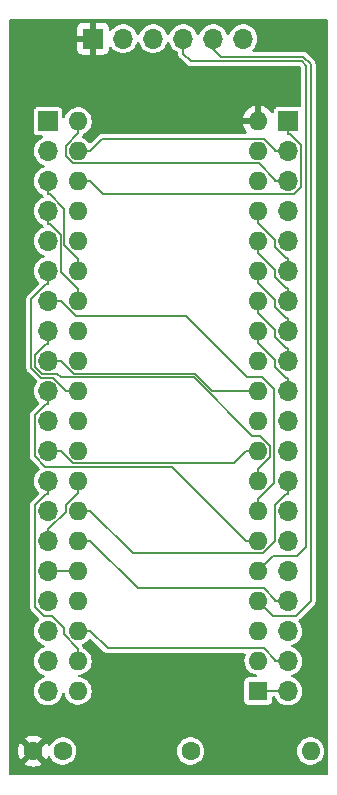
<source format=gbl>
G04 #@! TF.GenerationSoftware,KiCad,Pcbnew,(6.0.7-1)-1*
G04 #@! TF.CreationDate,2022-09-28T23:36:56+09:00*
G04 #@! TF.ProjectId,MEZ8085,4d455a38-3038-4352-9e6b-696361645f70,A*
G04 #@! TF.SameCoordinates,PX5f5e100PY8f0d180*
G04 #@! TF.FileFunction,Copper,L2,Bot*
G04 #@! TF.FilePolarity,Positive*
%FSLAX46Y46*%
G04 Gerber Fmt 4.6, Leading zero omitted, Abs format (unit mm)*
G04 Created by KiCad (PCBNEW (6.0.7-1)-1) date 2022-09-28 23:36:56*
%MOMM*%
%LPD*%
G01*
G04 APERTURE LIST*
G04 #@! TA.AperFunction,ComponentPad*
%ADD10R,1.600000X1.600000*%
G04 #@! TD*
G04 #@! TA.AperFunction,ComponentPad*
%ADD11O,1.600000X1.600000*%
G04 #@! TD*
G04 #@! TA.AperFunction,ComponentPad*
%ADD12R,1.700000X1.700000*%
G04 #@! TD*
G04 #@! TA.AperFunction,ComponentPad*
%ADD13O,1.700000X1.700000*%
G04 #@! TD*
G04 #@! TA.AperFunction,ComponentPad*
%ADD14C,1.600000*%
G04 #@! TD*
G04 #@! TA.AperFunction,Conductor*
%ADD15C,0.152400*%
G04 #@! TD*
G04 APERTURE END LIST*
D10*
X21595000Y7625000D03*
D11*
X21595000Y10165000D03*
X21595000Y12705000D03*
X21595000Y15245000D03*
X21595000Y17785000D03*
X21595000Y20325000D03*
X21595000Y22865000D03*
X21595000Y25405000D03*
X21595000Y27945000D03*
X21595000Y30485000D03*
X21595000Y33025000D03*
X21595000Y35565000D03*
X21595000Y38105000D03*
X21595000Y40645000D03*
X21595000Y43185000D03*
X21595000Y45725000D03*
X21595000Y48265000D03*
X21595000Y50805000D03*
X21595000Y53345000D03*
X21595000Y55885000D03*
X6355000Y55885000D03*
X6355000Y53345000D03*
X6355000Y50805000D03*
X6355000Y48265000D03*
X6355000Y45725000D03*
X6355000Y43185000D03*
X6355000Y40645000D03*
X6355000Y38105000D03*
X6355000Y35565000D03*
X6355000Y33025000D03*
X6355000Y30485000D03*
X6355000Y27945000D03*
X6355000Y25405000D03*
X6355000Y22865000D03*
X6355000Y20325000D03*
X6355000Y17785000D03*
X6355000Y15245000D03*
X6355000Y12705000D03*
X6355000Y10165000D03*
X6355000Y7625000D03*
D12*
X7620000Y62865000D03*
D13*
X10160000Y62865000D03*
X12700000Y62865000D03*
X15240000Y62865000D03*
X17780000Y62865000D03*
X20320000Y62865000D03*
D14*
X15875000Y2540000D03*
D11*
X26035000Y2540000D03*
D14*
X5060000Y2540000D03*
X2560000Y2540000D03*
D12*
X24130000Y55875000D03*
D13*
X24130000Y53335000D03*
X24130000Y50795000D03*
X24130000Y48255000D03*
X24130000Y45715000D03*
X24130000Y43175000D03*
X24130000Y40635000D03*
X24130000Y38095000D03*
X24130000Y35555000D03*
X24130000Y33015000D03*
X24130000Y30475000D03*
X24130000Y27935000D03*
X24130000Y25395000D03*
X24130000Y22855000D03*
X24130000Y20315000D03*
X24130000Y17775000D03*
X24130000Y15235000D03*
X24130000Y12695000D03*
X24130000Y10155000D03*
X24130000Y7615000D03*
D12*
X3810000Y55875000D03*
D13*
X3810000Y53335000D03*
X3810000Y50795000D03*
X3810000Y48255000D03*
X3810000Y45715000D03*
X3810000Y43175000D03*
X3810000Y40635000D03*
X3810000Y38095000D03*
X3810000Y35555000D03*
X3810000Y33015000D03*
X3810000Y30475000D03*
X3810000Y27935000D03*
X3810000Y25395000D03*
X3810000Y22855000D03*
X3810000Y20315000D03*
X3810000Y17775000D03*
X3810000Y15235000D03*
X3810000Y12695000D03*
X3810000Y10155000D03*
X3810000Y7615000D03*
D15*
X3810000Y50795000D02*
X3810000Y49716100D01*
X5194100Y48466900D02*
X5194100Y45374800D01*
X6355000Y43185000D02*
X6355000Y44213900D01*
X3810000Y49716100D02*
X3944900Y49716100D01*
X3944900Y49716100D02*
X5194100Y48466900D01*
X5194100Y45374800D02*
X6355000Y44213900D01*
X3945000Y47176100D02*
X4888900Y46232200D01*
X3810000Y47176100D02*
X3945000Y47176100D01*
X4888900Y46232200D02*
X4888900Y43140000D01*
X6355000Y40645000D02*
X6355000Y41673900D01*
X3810000Y48255000D02*
X3810000Y47176100D01*
X4888900Y43140000D02*
X6355000Y41673900D01*
X3810000Y42096100D02*
X3675100Y42096100D01*
X3810000Y43175000D02*
X3810000Y42096100D01*
X6355000Y33025000D02*
X5326100Y33025000D01*
X4218600Y34132500D02*
X5326100Y33025000D01*
X2410800Y34968600D02*
X3246900Y34132500D01*
X3246900Y34132500D02*
X4218600Y34132500D01*
X3675100Y42096100D02*
X2410800Y40831800D01*
X2410800Y40831800D02*
X2410800Y34968600D01*
X6355000Y24376100D02*
X5326100Y23347200D01*
X5326100Y22798200D02*
X3921800Y21393900D01*
X3810000Y20315000D02*
X3810000Y21393900D01*
X5326100Y23347200D02*
X5326100Y22798200D01*
X6355000Y25405000D02*
X6355000Y24376100D01*
X3921800Y21393900D02*
X3810000Y21393900D01*
X24130000Y25395000D02*
X24130000Y24316100D01*
X22003000Y19274100D02*
X10974800Y19274100D01*
X23995000Y24316100D02*
X23051100Y23372200D01*
X10974800Y19274100D02*
X7383900Y22865000D01*
X24130000Y24316100D02*
X23995000Y24316100D01*
X6355000Y22865000D02*
X7383900Y22865000D01*
X23051100Y20322200D02*
X22003000Y19274100D01*
X23051100Y23372200D02*
X23051100Y20322200D01*
X24130000Y15235000D02*
X23051100Y15235000D01*
X23051100Y15235000D02*
X23051100Y15370000D01*
X6355000Y20325000D02*
X7383900Y20325000D01*
X22107200Y16313900D02*
X11395000Y16313900D01*
X23051100Y15370000D02*
X22107200Y16313900D01*
X11395000Y16313900D02*
X7383900Y20325000D01*
X6355000Y17785000D02*
X5326100Y17785000D01*
X5316100Y17775000D02*
X5326100Y17785000D01*
X3810000Y17775000D02*
X5316100Y17775000D01*
X24130000Y54796100D02*
X24264900Y54796100D01*
X24264900Y54796100D02*
X25249000Y53812000D01*
X25249000Y53812000D02*
X25249000Y50321800D01*
X25249000Y50321800D02*
X24632000Y49704800D01*
X6355000Y50805000D02*
X7383900Y50805000D01*
X8484100Y49704800D02*
X7383900Y50805000D01*
X24130000Y55875000D02*
X24130000Y54796100D01*
X24632000Y49704800D02*
X8484100Y49704800D01*
X22138300Y54378300D02*
X8417200Y54378300D01*
X8417200Y54378300D02*
X7383900Y53345000D01*
X23051100Y53335000D02*
X23051100Y53465500D01*
X6355000Y53345000D02*
X7383900Y53345000D01*
X24130000Y53335000D02*
X23051100Y53335000D01*
X23051100Y53465500D02*
X22138300Y54378300D01*
X5907500Y52316000D02*
X21641900Y52316000D01*
X24130000Y50795000D02*
X23051100Y50795000D01*
X6355000Y55885000D02*
X6355000Y54856100D01*
X21641900Y52316000D02*
X23051100Y50906800D01*
X6355000Y54856100D02*
X5304700Y53805800D01*
X5304700Y52918800D02*
X5907500Y52316000D01*
X5304700Y53805800D02*
X5304700Y52918800D01*
X23051100Y50906800D02*
X23051100Y50795000D01*
X23051100Y45197800D02*
X23051100Y45780000D01*
X24130000Y43175000D02*
X24130000Y44253900D01*
X23995000Y44253900D02*
X23051100Y45197800D01*
X21595000Y48265000D02*
X21595000Y47236100D01*
X23051100Y45780000D02*
X21595000Y47236100D01*
X24130000Y44253900D02*
X23995000Y44253900D01*
X24130000Y40635000D02*
X24130000Y41713900D01*
X23051100Y43240000D02*
X21595000Y44696100D01*
X24130000Y41713900D02*
X23995000Y41713900D01*
X23051100Y42657800D02*
X23051100Y43240000D01*
X23995000Y41713900D02*
X23051100Y42657800D01*
X21595000Y45725000D02*
X21595000Y44696100D01*
X21595000Y43185000D02*
X21595000Y42156100D01*
X24130000Y38095000D02*
X24130000Y39173900D01*
X24130000Y39173900D02*
X23995000Y39173900D01*
X23051100Y40117800D02*
X23051100Y40700000D01*
X23995000Y39173900D02*
X23051100Y40117800D01*
X23051100Y40700000D02*
X21595000Y42156100D01*
X23051100Y37577800D02*
X23051100Y38160000D01*
X21595000Y40645000D02*
X21595000Y39616100D01*
X23995000Y36633900D02*
X23051100Y37577800D01*
X24130000Y35555000D02*
X24130000Y36633900D01*
X23051100Y38160000D02*
X21595000Y39616100D01*
X24130000Y36633900D02*
X23995000Y36633900D01*
X24130000Y34093900D02*
X23995000Y34093900D01*
X24130000Y33015000D02*
X24130000Y34093900D01*
X23051100Y35620000D02*
X21595000Y37076100D01*
X23995000Y34093900D02*
X23051100Y35037800D01*
X23051100Y35037800D02*
X23051100Y35620000D01*
X21595000Y38105000D02*
X21595000Y37076100D01*
X3487800Y13965000D02*
X4108200Y13965000D01*
X4108200Y13965000D02*
X5122800Y12950400D01*
X2691000Y23332000D02*
X2691000Y14761800D01*
X3675100Y24316100D02*
X2691000Y23332000D01*
X2691000Y14761800D02*
X3487800Y13965000D01*
X5122800Y12426100D02*
X6355000Y11193900D01*
X5122800Y12950400D02*
X5122800Y12426100D01*
X3810000Y25395000D02*
X3810000Y24316100D01*
X6355000Y10165000D02*
X6355000Y11193900D01*
X3810000Y24316100D02*
X3675100Y24316100D01*
X3810000Y27935000D02*
X4888900Y27935000D01*
X4888900Y27935000D02*
X5913400Y26910500D01*
X5913400Y26910500D02*
X19531600Y26910500D01*
X21595000Y27945000D02*
X20566100Y27945000D01*
X19531600Y26910500D02*
X20566100Y27945000D01*
X22625100Y28382000D02*
X22625100Y27464000D01*
X3675100Y37016100D02*
X2716000Y36057000D01*
X16156500Y34170900D02*
X21112400Y29215000D01*
X21595000Y25405000D02*
X21595000Y26433900D01*
X21792100Y29215000D02*
X22625100Y28382000D01*
X22625100Y27464000D02*
X21595000Y26433900D01*
X4889000Y34170900D02*
X16156500Y34170900D01*
X3810000Y37016100D02*
X3675100Y37016100D01*
X21112400Y29215000D02*
X21792100Y29215000D01*
X4583800Y34476100D02*
X4889000Y34170900D01*
X3810000Y38095000D02*
X3810000Y37016100D01*
X2716000Y35095100D02*
X3335000Y34476100D01*
X2716000Y36057000D02*
X2716000Y35095100D01*
X3335000Y34476100D02*
X4583800Y34476100D01*
X20673900Y34187100D02*
X15486000Y39375000D01*
X15486000Y39375000D02*
X6148900Y39375000D01*
X6148900Y39375000D02*
X4888900Y40635000D01*
X22930300Y25229200D02*
X22930300Y33192900D01*
X3810000Y40635000D02*
X4888900Y40635000D01*
X22930300Y33192900D02*
X21936100Y34187100D01*
X21595000Y22865000D02*
X21595000Y23893900D01*
X21595000Y23893900D02*
X22930300Y25229200D01*
X21936100Y34187100D02*
X20673900Y34187100D01*
X21595000Y20325000D02*
X20566100Y20325000D01*
X3596400Y26605300D02*
X14285800Y26605300D01*
X3810000Y31936100D02*
X3675100Y31936100D01*
X2703100Y30964100D02*
X2703100Y27498600D01*
X3675100Y31936100D02*
X2703100Y30964100D01*
X2703100Y27498600D02*
X3596400Y26605300D01*
X14285800Y26605300D02*
X20566100Y20325000D01*
X3810000Y33015000D02*
X3810000Y31936100D01*
X22633900Y7615000D02*
X22623900Y7625000D01*
X24130000Y7615000D02*
X22633900Y7615000D01*
X21595000Y7625000D02*
X22623900Y7625000D01*
X22860000Y19050000D02*
X21595000Y17785000D01*
X15240000Y62865000D02*
X15240000Y61595000D01*
X25654000Y19812000D02*
X24892000Y19050000D01*
X15240000Y61595000D02*
X15875000Y60960000D01*
X25273000Y60960000D02*
X25654000Y60579000D01*
X15875000Y60960000D02*
X25273000Y60960000D01*
X24892000Y19050000D02*
X22860000Y19050000D01*
X25654000Y60579000D02*
X25654000Y19812000D01*
X25400000Y61341000D02*
X18415000Y61341000D01*
X26035000Y15240000D02*
X26035000Y60706000D01*
X18415000Y61341000D02*
X17780000Y61976000D01*
X24765000Y13970000D02*
X26035000Y15240000D01*
X26035000Y60706000D02*
X25400000Y61341000D01*
X21595000Y15245000D02*
X22870000Y13970000D01*
X17780000Y61976000D02*
X17780000Y62865000D01*
X22870000Y13970000D02*
X24765000Y13970000D01*
X5967800Y34476100D02*
X16283000Y34476100D01*
X17734100Y33025000D02*
X21595000Y33025000D01*
X16283000Y34476100D02*
X17734100Y33025000D01*
X3810000Y35555000D02*
X4888900Y35555000D01*
X4888900Y35555000D02*
X5967800Y34476100D01*
X22107200Y11233900D02*
X8855000Y11233900D01*
X6355000Y12705000D02*
X7383900Y12705000D01*
X23051100Y10290000D02*
X22107200Y11233900D01*
X23051100Y10155000D02*
X23051100Y10290000D01*
X8855000Y11233900D02*
X7383900Y12705000D01*
X24130000Y10155000D02*
X23051100Y10155000D01*
G04 #@! TA.AperFunction,Conductor*
G36*
X27442121Y64479998D02*
G01*
X27488614Y64426342D01*
X27500000Y64374000D01*
X27500000Y626000D01*
X27479998Y557879D01*
X27426342Y511386D01*
X27374000Y500000D01*
X626000Y500000D01*
X557879Y520002D01*
X511386Y573658D01*
X500000Y626000D01*
X500000Y1453938D01*
X1838493Y1453938D01*
X1847789Y1441923D01*
X1898994Y1406069D01*
X1908489Y1400586D01*
X2105947Y1308510D01*
X2116239Y1304764D01*
X2326688Y1248375D01*
X2337481Y1246472D01*
X2554525Y1227483D01*
X2565475Y1227483D01*
X2782519Y1246472D01*
X2793312Y1248375D01*
X3003761Y1304764D01*
X3014053Y1308510D01*
X3211511Y1400586D01*
X3221006Y1406069D01*
X3273048Y1442509D01*
X3281424Y1452988D01*
X3274356Y1466434D01*
X2572812Y2167978D01*
X2558868Y2175592D01*
X2557035Y2175461D01*
X2550420Y2171210D01*
X1844923Y1465713D01*
X1838493Y1453938D01*
X500000Y1453938D01*
X500000Y2534525D01*
X1247483Y2534525D01*
X1266472Y2317481D01*
X1268375Y2306688D01*
X1324764Y2096239D01*
X1328510Y2085947D01*
X1420586Y1888489D01*
X1426069Y1878994D01*
X1462509Y1826952D01*
X1472988Y1818576D01*
X1486434Y1825644D01*
X2187978Y2527188D01*
X2194356Y2538868D01*
X2924408Y2538868D01*
X2924539Y2537035D01*
X2928790Y2530420D01*
X3634287Y1824923D01*
X3646062Y1818493D01*
X3658077Y1827789D01*
X3693931Y1878994D01*
X3699414Y1888489D01*
X3782680Y2067054D01*
X3829597Y2120339D01*
X3897875Y2139800D01*
X3965835Y2119258D01*
X4011300Y2066556D01*
X4059369Y1962286D01*
X4181405Y1789609D01*
X4332865Y1642063D01*
X4337661Y1638858D01*
X4337664Y1638856D01*
X4480936Y1543125D01*
X4508677Y1524589D01*
X4513985Y1522308D01*
X4513986Y1522308D01*
X4697650Y1443400D01*
X4697653Y1443399D01*
X4702953Y1441122D01*
X4708582Y1439848D01*
X4708583Y1439848D01*
X4903550Y1395731D01*
X4903553Y1395731D01*
X4909186Y1394456D01*
X4914957Y1394229D01*
X4914959Y1394229D01*
X4976989Y1391792D01*
X5120470Y1386154D01*
X5126179Y1386982D01*
X5126183Y1386982D01*
X5324015Y1415667D01*
X5324019Y1415668D01*
X5329730Y1416496D01*
X5408987Y1443400D01*
X5524483Y1482605D01*
X5524488Y1482607D01*
X5529955Y1484463D01*
X5534998Y1487287D01*
X5709395Y1584954D01*
X5709399Y1584957D01*
X5714442Y1587781D01*
X5877012Y1722988D01*
X6012219Y1885558D01*
X6015043Y1890601D01*
X6015046Y1890605D01*
X6112713Y2065002D01*
X6112714Y2065004D01*
X6115537Y2070045D01*
X6117393Y2075512D01*
X6117395Y2075517D01*
X6181647Y2264800D01*
X6183504Y2270270D01*
X6188785Y2306688D01*
X6213314Y2475860D01*
X6213314Y2475862D01*
X6213846Y2479530D01*
X6215429Y2540000D01*
X6212650Y2570246D01*
X14719967Y2570246D01*
X14733796Y2359251D01*
X14735217Y2353655D01*
X14735218Y2353650D01*
X14757784Y2264800D01*
X14785845Y2154310D01*
X14874369Y1962286D01*
X14996405Y1789609D01*
X15147865Y1642063D01*
X15152661Y1638858D01*
X15152664Y1638856D01*
X15295936Y1543125D01*
X15323677Y1524589D01*
X15328985Y1522308D01*
X15328986Y1522308D01*
X15512650Y1443400D01*
X15512653Y1443399D01*
X15517953Y1441122D01*
X15523582Y1439848D01*
X15523583Y1439848D01*
X15718550Y1395731D01*
X15718553Y1395731D01*
X15724186Y1394456D01*
X15729957Y1394229D01*
X15729959Y1394229D01*
X15791989Y1391792D01*
X15935470Y1386154D01*
X15941179Y1386982D01*
X15941183Y1386982D01*
X16139015Y1415667D01*
X16139019Y1415668D01*
X16144730Y1416496D01*
X16223987Y1443400D01*
X16339483Y1482605D01*
X16339488Y1482607D01*
X16344955Y1484463D01*
X16349998Y1487287D01*
X16524395Y1584954D01*
X16524399Y1584957D01*
X16529442Y1587781D01*
X16692012Y1722988D01*
X16827219Y1885558D01*
X16830043Y1890601D01*
X16830046Y1890605D01*
X16927713Y2065002D01*
X16927714Y2065004D01*
X16930537Y2070045D01*
X16932393Y2075512D01*
X16932395Y2075517D01*
X16996647Y2264800D01*
X16998504Y2270270D01*
X17003785Y2306688D01*
X17028314Y2475860D01*
X17028314Y2475862D01*
X17028846Y2479530D01*
X17030429Y2540000D01*
X17027650Y2570246D01*
X24879967Y2570246D01*
X24893796Y2359251D01*
X24895217Y2353655D01*
X24895218Y2353650D01*
X24917784Y2264800D01*
X24945845Y2154310D01*
X25034369Y1962286D01*
X25156405Y1789609D01*
X25307865Y1642063D01*
X25312661Y1638858D01*
X25312664Y1638856D01*
X25455936Y1543125D01*
X25483677Y1524589D01*
X25488985Y1522308D01*
X25488986Y1522308D01*
X25672650Y1443400D01*
X25672653Y1443399D01*
X25677953Y1441122D01*
X25683582Y1439848D01*
X25683583Y1439848D01*
X25878550Y1395731D01*
X25878553Y1395731D01*
X25884186Y1394456D01*
X25889957Y1394229D01*
X25889959Y1394229D01*
X25951989Y1391792D01*
X26095470Y1386154D01*
X26101179Y1386982D01*
X26101183Y1386982D01*
X26299015Y1415667D01*
X26299019Y1415668D01*
X26304730Y1416496D01*
X26383987Y1443400D01*
X26499483Y1482605D01*
X26499488Y1482607D01*
X26504955Y1484463D01*
X26509998Y1487287D01*
X26684395Y1584954D01*
X26684399Y1584957D01*
X26689442Y1587781D01*
X26852012Y1722988D01*
X26987219Y1885558D01*
X26990043Y1890601D01*
X26990046Y1890605D01*
X27087713Y2065002D01*
X27087714Y2065004D01*
X27090537Y2070045D01*
X27092393Y2075512D01*
X27092395Y2075517D01*
X27156647Y2264800D01*
X27158504Y2270270D01*
X27163785Y2306688D01*
X27188314Y2475860D01*
X27188314Y2475862D01*
X27188846Y2479530D01*
X27190429Y2540000D01*
X27171081Y2750560D01*
X27113686Y2954069D01*
X27107455Y2966706D01*
X27022719Y3138531D01*
X27020165Y3143710D01*
X26893651Y3313133D01*
X26738381Y3456663D01*
X26559554Y3569495D01*
X26363160Y3647848D01*
X26357503Y3648973D01*
X26357497Y3648975D01*
X26161442Y3687972D01*
X26161440Y3687972D01*
X26155775Y3689099D01*
X26150000Y3689175D01*
X26149996Y3689175D01*
X26043976Y3690563D01*
X25944346Y3691867D01*
X25938649Y3690888D01*
X25938648Y3690888D01*
X25741650Y3657038D01*
X25741649Y3657038D01*
X25735953Y3656059D01*
X25537575Y3582873D01*
X25532614Y3579921D01*
X25532613Y3579921D01*
X25515089Y3569495D01*
X25355856Y3474762D01*
X25196881Y3335345D01*
X25065976Y3169292D01*
X25063287Y3164181D01*
X25063285Y3164178D01*
X25049792Y3138531D01*
X24967523Y2982164D01*
X24904820Y2780227D01*
X24879967Y2570246D01*
X17027650Y2570246D01*
X17011081Y2750560D01*
X16953686Y2954069D01*
X16947455Y2966706D01*
X16862719Y3138531D01*
X16860165Y3143710D01*
X16733651Y3313133D01*
X16578381Y3456663D01*
X16399554Y3569495D01*
X16203160Y3647848D01*
X16197503Y3648973D01*
X16197497Y3648975D01*
X16001442Y3687972D01*
X16001440Y3687972D01*
X15995775Y3689099D01*
X15990000Y3689175D01*
X15989996Y3689175D01*
X15883976Y3690563D01*
X15784346Y3691867D01*
X15778649Y3690888D01*
X15778648Y3690888D01*
X15581650Y3657038D01*
X15581649Y3657038D01*
X15575953Y3656059D01*
X15377575Y3582873D01*
X15372614Y3579921D01*
X15372613Y3579921D01*
X15355089Y3569495D01*
X15195856Y3474762D01*
X15036881Y3335345D01*
X14905976Y3169292D01*
X14903287Y3164181D01*
X14903285Y3164178D01*
X14889792Y3138531D01*
X14807523Y2982164D01*
X14744820Y2780227D01*
X14719967Y2570246D01*
X6212650Y2570246D01*
X6196081Y2750560D01*
X6138686Y2954069D01*
X6132455Y2966706D01*
X6047719Y3138531D01*
X6045165Y3143710D01*
X5918651Y3313133D01*
X5763381Y3456663D01*
X5584554Y3569495D01*
X5388160Y3647848D01*
X5382503Y3648973D01*
X5382497Y3648975D01*
X5186442Y3687972D01*
X5186440Y3687972D01*
X5180775Y3689099D01*
X5175000Y3689175D01*
X5174996Y3689175D01*
X5068976Y3690563D01*
X4969346Y3691867D01*
X4963649Y3690888D01*
X4963648Y3690888D01*
X4766650Y3657038D01*
X4766649Y3657038D01*
X4760953Y3656059D01*
X4562575Y3582873D01*
X4557614Y3579921D01*
X4557613Y3579921D01*
X4540089Y3569495D01*
X4380856Y3474762D01*
X4221881Y3335345D01*
X4090976Y3169292D01*
X4088284Y3164176D01*
X4088283Y3164174D01*
X4007201Y3010063D01*
X3957782Y2959090D01*
X3888649Y2942927D01*
X3821753Y2966706D01*
X3781498Y3015480D01*
X3699414Y3191511D01*
X3693931Y3201006D01*
X3657491Y3253048D01*
X3647012Y3261424D01*
X3633566Y3254356D01*
X2932022Y2552812D01*
X2924408Y2538868D01*
X2194356Y2538868D01*
X2195592Y2541132D01*
X2195461Y2542965D01*
X2191210Y2549580D01*
X1485713Y3255077D01*
X1473938Y3261507D01*
X1461923Y3252211D01*
X1426069Y3201006D01*
X1420586Y3191511D01*
X1328510Y2994053D01*
X1324764Y2983761D01*
X1268375Y2773312D01*
X1266472Y2762519D01*
X1247483Y2545475D01*
X1247483Y2534525D01*
X500000Y2534525D01*
X500000Y3627012D01*
X1838576Y3627012D01*
X1845644Y3613566D01*
X2547188Y2912022D01*
X2561132Y2904408D01*
X2562965Y2904539D01*
X2569580Y2908790D01*
X3275077Y3614287D01*
X3281507Y3626062D01*
X3272211Y3638077D01*
X3221006Y3673931D01*
X3211511Y3679414D01*
X3014053Y3771490D01*
X3003761Y3775236D01*
X2793312Y3831625D01*
X2782519Y3833528D01*
X2565475Y3852517D01*
X2554525Y3852517D01*
X2337481Y3833528D01*
X2326688Y3831625D01*
X2116239Y3775236D01*
X2105947Y3771490D01*
X1908489Y3679414D01*
X1898994Y3673931D01*
X1846952Y3637491D01*
X1838576Y3627012D01*
X500000Y3627012D01*
X500000Y34955045D01*
X1979492Y34955045D01*
X1981184Y34945783D01*
X1981184Y34945774D01*
X1989463Y34900448D01*
X1990114Y34896540D01*
X1998356Y34841716D01*
X2001316Y34835552D01*
X2002545Y34828823D01*
X2028122Y34779585D01*
X2029879Y34776069D01*
X2049820Y34734541D01*
X2049822Y34734537D01*
X2053898Y34726050D01*
X2058541Y34721028D01*
X2061693Y34714959D01*
X2065774Y34710181D01*
X2100949Y34675006D01*
X2104378Y34671441D01*
X2140995Y34631829D01*
X2147087Y34628290D01*
X2152624Y34623331D01*
X2854340Y33921615D01*
X2888366Y33859303D01*
X2883301Y33788488D01*
X2864195Y33754515D01*
X2802444Y33676183D01*
X2798863Y33671640D01*
X2796174Y33666529D01*
X2796172Y33666526D01*
X2784819Y33644947D01*
X2696131Y33476380D01*
X2630703Y33265667D01*
X2604770Y33046560D01*
X2619200Y32826396D01*
X2620621Y32820800D01*
X2620622Y32820795D01*
X2671427Y32620752D01*
X2673511Y32612548D01*
X2675928Y32607306D01*
X2675928Y32607305D01*
X2717867Y32516332D01*
X2765883Y32412179D01*
X2893222Y32231998D01*
X2996806Y32131090D01*
X3042049Y32087016D01*
X3076886Y32025154D01*
X3072749Y31954278D01*
X3043222Y31907667D01*
X2424578Y31289023D01*
X2413488Y31279168D01*
X2395934Y31265330D01*
X2395930Y31265326D01*
X2388535Y31259496D01*
X2356943Y31213785D01*
X2354710Y31210662D01*
X2321738Y31166021D01*
X2319473Y31159571D01*
X2315583Y31153943D01*
X2312745Y31144968D01*
X2312742Y31144963D01*
X2298856Y31101054D01*
X2297608Y31097313D01*
X2294587Y31088710D01*
X2282343Y31053845D01*
X2282342Y31053842D01*
X2279223Y31044959D01*
X2278954Y31038123D01*
X2276893Y31031605D01*
X2276400Y31025341D01*
X2276400Y30975580D01*
X2276303Y30970634D01*
X2274186Y30916748D01*
X2275992Y30909937D01*
X2276400Y30902522D01*
X2276400Y27531410D01*
X2275527Y27516602D01*
X2271792Y27485045D01*
X2273484Y27475783D01*
X2273484Y27475774D01*
X2281763Y27430448D01*
X2282414Y27426540D01*
X2290656Y27371716D01*
X2293616Y27365552D01*
X2294845Y27358823D01*
X2320422Y27309585D01*
X2322179Y27306069D01*
X2342120Y27264541D01*
X2342122Y27264537D01*
X2346198Y27256050D01*
X2350841Y27251028D01*
X2353993Y27244959D01*
X2358074Y27240181D01*
X2393249Y27205006D01*
X2396678Y27201441D01*
X2433295Y27161829D01*
X2439387Y27158290D01*
X2444924Y27153331D01*
X3073625Y26524630D01*
X3107651Y26462318D01*
X3102586Y26391503D01*
X3067608Y26340803D01*
X2935457Y26224910D01*
X2798863Y26051640D01*
X2696131Y25856380D01*
X2630703Y25645667D01*
X2604770Y25426560D01*
X2619200Y25206396D01*
X2620621Y25200800D01*
X2620622Y25200795D01*
X2665293Y25024905D01*
X2673511Y24992548D01*
X2675928Y24987306D01*
X2675928Y24987305D01*
X2747280Y24832531D01*
X2765883Y24792179D01*
X2893222Y24611998D01*
X2897356Y24607971D01*
X3042049Y24467016D01*
X3076886Y24405154D01*
X3072749Y24334278D01*
X3043222Y24287667D01*
X2412478Y23656923D01*
X2401388Y23647068D01*
X2383834Y23633230D01*
X2383830Y23633226D01*
X2376435Y23627396D01*
X2344843Y23581685D01*
X2342610Y23578562D01*
X2309638Y23533921D01*
X2307373Y23527471D01*
X2303483Y23521843D01*
X2300645Y23512868D01*
X2300642Y23512863D01*
X2286756Y23468954D01*
X2285508Y23465213D01*
X2281240Y23453059D01*
X2270243Y23421745D01*
X2270242Y23421742D01*
X2267123Y23412859D01*
X2266854Y23406023D01*
X2264793Y23399505D01*
X2264300Y23393241D01*
X2264300Y23343480D01*
X2264203Y23338534D01*
X2262086Y23284648D01*
X2263892Y23277837D01*
X2264300Y23270422D01*
X2264300Y14794610D01*
X2263427Y14779802D01*
X2259692Y14748245D01*
X2261384Y14738983D01*
X2261384Y14738974D01*
X2269663Y14693648D01*
X2270314Y14689740D01*
X2278556Y14634916D01*
X2281516Y14628752D01*
X2282745Y14622023D01*
X2308322Y14572785D01*
X2310079Y14569269D01*
X2330020Y14527741D01*
X2330022Y14527737D01*
X2334098Y14519250D01*
X2338741Y14514228D01*
X2341893Y14508159D01*
X2345974Y14503381D01*
X2381149Y14468206D01*
X2384578Y14464641D01*
X2421195Y14425029D01*
X2427287Y14421490D01*
X2432824Y14416531D01*
X3047573Y13801782D01*
X3081599Y13739470D01*
X3076534Y13668655D01*
X3041555Y13617956D01*
X2935457Y13524910D01*
X2798863Y13351640D01*
X2696131Y13156380D01*
X2630703Y12945667D01*
X2604770Y12726560D01*
X2619200Y12506396D01*
X2620621Y12500800D01*
X2620622Y12500795D01*
X2665293Y12324905D01*
X2673511Y12292548D01*
X2675928Y12287306D01*
X2675928Y12287305D01*
X2714046Y12204621D01*
X2765883Y12092179D01*
X2893222Y11911998D01*
X3051264Y11758039D01*
X3056060Y11754834D01*
X3056063Y11754832D01*
X3195370Y11661751D01*
X3234717Y11635460D01*
X3240020Y11633182D01*
X3240023Y11633180D01*
X3424746Y11553817D01*
X3437436Y11548365D01*
X3443071Y11547090D01*
X3443074Y11547089D01*
X3444484Y11546770D01*
X3445083Y11546436D01*
X3448562Y11545306D01*
X3448340Y11544623D01*
X3506511Y11512228D01*
X3540016Y11449634D01*
X3534362Y11378863D01*
X3491344Y11322384D01*
X3460287Y11305665D01*
X3296376Y11245196D01*
X3296368Y11245192D01*
X3290957Y11243196D01*
X3285996Y11240244D01*
X3285995Y11240244D01*
X3156352Y11163114D01*
X3101341Y11130386D01*
X2935457Y10984910D01*
X2798863Y10811640D01*
X2696131Y10616380D01*
X2630703Y10405667D01*
X2604770Y10186560D01*
X2619200Y9966396D01*
X2620621Y9960800D01*
X2620622Y9960795D01*
X2651190Y9840435D01*
X2673511Y9752548D01*
X2675928Y9747306D01*
X2675928Y9747305D01*
X2714046Y9664621D01*
X2765883Y9552179D01*
X2893222Y9371998D01*
X3051264Y9218039D01*
X3056060Y9214834D01*
X3056063Y9214832D01*
X3140261Y9158573D01*
X3234717Y9095460D01*
X3240020Y9093182D01*
X3240023Y9093180D01*
X3408653Y9020731D01*
X3437436Y9008365D01*
X3443071Y9007090D01*
X3443074Y9007089D01*
X3444484Y9006770D01*
X3445083Y9006436D01*
X3448562Y9005306D01*
X3448340Y9004623D01*
X3506511Y8972228D01*
X3540016Y8909634D01*
X3534362Y8838863D01*
X3491344Y8782384D01*
X3460287Y8765665D01*
X3296376Y8705196D01*
X3296368Y8705192D01*
X3290957Y8703196D01*
X3285996Y8700244D01*
X3285995Y8700244D01*
X3182585Y8638721D01*
X3101341Y8590386D01*
X2935457Y8444910D01*
X2798863Y8271640D01*
X2696131Y8076380D01*
X2630703Y7865667D01*
X2604770Y7646560D01*
X2619200Y7426396D01*
X2620621Y7420800D01*
X2620622Y7420795D01*
X2665293Y7244905D01*
X2673511Y7212548D01*
X2675928Y7207306D01*
X2675928Y7207305D01*
X2714046Y7124621D01*
X2765883Y7012179D01*
X2893222Y6831998D01*
X3051264Y6678039D01*
X3056060Y6674834D01*
X3056063Y6674832D01*
X3153707Y6609589D01*
X3234717Y6555460D01*
X3240020Y6553182D01*
X3240023Y6553180D01*
X3402869Y6483216D01*
X3437436Y6468365D01*
X3517088Y6450342D01*
X3646995Y6420946D01*
X3647001Y6420945D01*
X3652632Y6419671D01*
X3658403Y6419444D01*
X3658405Y6419444D01*
X3726211Y6416780D01*
X3873098Y6411009D01*
X3982275Y6426839D01*
X4085738Y6441840D01*
X4085743Y6441841D01*
X4091452Y6442669D01*
X4096916Y6444524D01*
X4096921Y6444525D01*
X4294907Y6511732D01*
X4294912Y6511734D01*
X4300379Y6513590D01*
X4322757Y6526122D01*
X4467724Y6607308D01*
X4492884Y6621398D01*
X4500213Y6627493D01*
X4658086Y6758796D01*
X4662518Y6762482D01*
X4724256Y6836713D01*
X4799908Y6927674D01*
X4799910Y6927677D01*
X4803602Y6932116D01*
X4911410Y7124621D01*
X4913266Y7130088D01*
X4913268Y7130093D01*
X4980475Y7328079D01*
X4980476Y7328084D01*
X4982331Y7333548D01*
X4985775Y7357300D01*
X5015346Y7421846D01*
X5075118Y7460158D01*
X5146114Y7460072D01*
X5205794Y7421617D01*
X5232594Y7370235D01*
X5265845Y7239310D01*
X5354369Y7047286D01*
X5476405Y6874609D01*
X5627865Y6727063D01*
X5632661Y6723858D01*
X5632664Y6723856D01*
X5775936Y6628125D01*
X5803677Y6609589D01*
X5808985Y6607308D01*
X5808986Y6607308D01*
X5992650Y6528400D01*
X5992653Y6528399D01*
X5997953Y6526122D01*
X6003582Y6524848D01*
X6003583Y6524848D01*
X6198550Y6480731D01*
X6198553Y6480731D01*
X6204186Y6479456D01*
X6209957Y6479229D01*
X6209959Y6479229D01*
X6271989Y6476792D01*
X6415470Y6471154D01*
X6421179Y6471982D01*
X6421183Y6471982D01*
X6619015Y6500667D01*
X6619019Y6500668D01*
X6624730Y6501496D01*
X6712038Y6531133D01*
X6819483Y6567605D01*
X6819488Y6567607D01*
X6824955Y6569463D01*
X6829998Y6572287D01*
X7004395Y6669954D01*
X7004399Y6669957D01*
X7009442Y6672781D01*
X7172012Y6807988D01*
X7307219Y6970558D01*
X7310043Y6975601D01*
X7310046Y6975605D01*
X7407713Y7150002D01*
X7407714Y7150004D01*
X7410537Y7155045D01*
X7412393Y7160512D01*
X7412395Y7160517D01*
X7476647Y7349800D01*
X7478504Y7355270D01*
X7488158Y7421846D01*
X7508314Y7560860D01*
X7508314Y7560862D01*
X7508846Y7564530D01*
X7510429Y7625000D01*
X7491081Y7835560D01*
X7433686Y8039069D01*
X7429744Y8047064D01*
X7342719Y8223531D01*
X7340165Y8228710D01*
X7213651Y8398133D01*
X7085237Y8516838D01*
X7062622Y8537743D01*
X7062620Y8537745D01*
X7058381Y8541663D01*
X6930252Y8622507D01*
X6884434Y8651416D01*
X6884433Y8651416D01*
X6879554Y8654495D01*
X6683160Y8732848D01*
X6677503Y8733973D01*
X6677497Y8733975D01*
X6480234Y8773212D01*
X6417324Y8806119D01*
X6382192Y8867814D01*
X6385992Y8938709D01*
X6427517Y8996295D01*
X6486734Y9021487D01*
X6619015Y9040667D01*
X6619019Y9040668D01*
X6624730Y9041496D01*
X6703987Y9068400D01*
X6819483Y9107605D01*
X6819488Y9107607D01*
X6824955Y9109463D01*
X6829998Y9112287D01*
X7004395Y9209954D01*
X7004399Y9209957D01*
X7009442Y9212781D01*
X7172012Y9347988D01*
X7307219Y9510558D01*
X7310043Y9515601D01*
X7310046Y9515605D01*
X7407713Y9690002D01*
X7407714Y9690004D01*
X7410537Y9695045D01*
X7412393Y9700512D01*
X7412395Y9700517D01*
X7476647Y9889800D01*
X7478504Y9895270D01*
X7488158Y9961846D01*
X7508314Y10100860D01*
X7508314Y10100862D01*
X7508846Y10104530D01*
X7510429Y10165000D01*
X7491081Y10375560D01*
X7433686Y10579069D01*
X7429744Y10587064D01*
X7342719Y10763531D01*
X7340165Y10768710D01*
X7213651Y10938133D01*
X7058381Y11081663D01*
X6879554Y11194495D01*
X6847648Y11207224D01*
X6791789Y11251045D01*
X6769740Y11305519D01*
X6768846Y11311467D01*
X6768844Y11311475D01*
X6767444Y11320784D01*
X6764484Y11326948D01*
X6763255Y11333677D01*
X6737678Y11382915D01*
X6735921Y11386431D01*
X6715980Y11427959D01*
X6715978Y11427963D01*
X6711902Y11436450D01*
X6707259Y11441472D01*
X6707125Y11441729D01*
X6706822Y11442684D01*
X6705340Y11445168D01*
X6704112Y11447532D01*
X6705117Y11448054D01*
X6685721Y11509150D01*
X6704232Y11577691D01*
X6756861Y11625343D01*
X6771189Y11631212D01*
X6824955Y11649463D01*
X6840281Y11658046D01*
X7004395Y11749954D01*
X7004399Y11749957D01*
X7009442Y11752781D01*
X7172012Y11887988D01*
X7276883Y12014083D01*
X7335816Y12053664D01*
X7406799Y12055101D01*
X7462849Y12022606D01*
X8530077Y10955378D01*
X8539932Y10944288D01*
X8553770Y10926734D01*
X8553774Y10926730D01*
X8559604Y10919335D01*
X8567351Y10913980D01*
X8567353Y10913979D01*
X8605232Y10887800D01*
X8608454Y10885498D01*
X8645503Y10858132D01*
X8645507Y10858130D01*
X8653079Y10852537D01*
X8659531Y10850271D01*
X8665157Y10846383D01*
X8674134Y10843544D01*
X8674136Y10843543D01*
X8718061Y10829652D01*
X8721791Y10828407D01*
X8774141Y10810023D01*
X8780977Y10809754D01*
X8787495Y10807693D01*
X8793759Y10807200D01*
X8843520Y10807200D01*
X8848466Y10807103D01*
X8902352Y10804986D01*
X8909163Y10806792D01*
X8916578Y10807200D01*
X20424101Y10807200D01*
X20492222Y10787198D01*
X20538715Y10733542D01*
X20548819Y10663268D01*
X20535609Y10622533D01*
X20527523Y10607164D01*
X20464820Y10405227D01*
X20439967Y10195246D01*
X20453796Y9984251D01*
X20455217Y9978655D01*
X20455218Y9978650D01*
X20495961Y9818229D01*
X20505845Y9779310D01*
X20508262Y9774067D01*
X20536122Y9713634D01*
X20594369Y9587286D01*
X20716405Y9414609D01*
X20867865Y9267063D01*
X20872661Y9263858D01*
X20872664Y9263856D01*
X21015936Y9168125D01*
X21043677Y9149589D01*
X21048985Y9147308D01*
X21048986Y9147308D01*
X21232650Y9068400D01*
X21232653Y9068399D01*
X21237953Y9066122D01*
X21243582Y9064848D01*
X21243583Y9064848D01*
X21422368Y9024393D01*
X21484395Y8989850D01*
X21517899Y8927257D01*
X21512245Y8856486D01*
X21469226Y8800006D01*
X21402501Y8775751D01*
X21394560Y8775500D01*
X20761782Y8775500D01*
X20757232Y8774830D01*
X20757229Y8774830D01*
X20702574Y8766784D01*
X20702573Y8766784D01*
X20692888Y8765358D01*
X20642992Y8740860D01*
X20597493Y8718522D01*
X20597491Y8718521D01*
X20588145Y8713932D01*
X20505707Y8631350D01*
X20454464Y8526518D01*
X20444500Y8458218D01*
X20444500Y6791782D01*
X20445170Y6787232D01*
X20445170Y6787229D01*
X20453216Y6732574D01*
X20454642Y6722888D01*
X20506068Y6618145D01*
X20588650Y6535707D01*
X20598006Y6531134D01*
X20598007Y6531133D01*
X20608259Y6526122D01*
X20693482Y6484464D01*
X20719071Y6480731D01*
X20757256Y6475160D01*
X20757260Y6475160D01*
X20761782Y6474500D01*
X22428218Y6474500D01*
X22432768Y6475170D01*
X22432771Y6475170D01*
X22487426Y6483216D01*
X22487427Y6483216D01*
X22497112Y6484642D01*
X22552288Y6511732D01*
X22592507Y6531478D01*
X22592509Y6531479D01*
X22601855Y6536068D01*
X22684293Y6618650D01*
X22735536Y6723482D01*
X22745500Y6791782D01*
X22745500Y7062300D01*
X22765502Y7130421D01*
X22819158Y7176914D01*
X22871500Y7188300D01*
X22924032Y7188300D01*
X22992153Y7168298D01*
X23038458Y7115051D01*
X23083465Y7017424D01*
X23085883Y7012179D01*
X23213222Y6831998D01*
X23371264Y6678039D01*
X23376060Y6674834D01*
X23376063Y6674832D01*
X23473707Y6609589D01*
X23554717Y6555460D01*
X23560020Y6553182D01*
X23560023Y6553180D01*
X23722869Y6483216D01*
X23757436Y6468365D01*
X23837088Y6450342D01*
X23966995Y6420946D01*
X23967001Y6420945D01*
X23972632Y6419671D01*
X23978403Y6419444D01*
X23978405Y6419444D01*
X24046211Y6416780D01*
X24193098Y6411009D01*
X24302275Y6426839D01*
X24405738Y6441840D01*
X24405743Y6441841D01*
X24411452Y6442669D01*
X24416916Y6444524D01*
X24416921Y6444525D01*
X24614907Y6511732D01*
X24614912Y6511734D01*
X24620379Y6513590D01*
X24642757Y6526122D01*
X24787724Y6607308D01*
X24812884Y6621398D01*
X24820213Y6627493D01*
X24978086Y6758796D01*
X24982518Y6762482D01*
X25044256Y6836713D01*
X25119908Y6927674D01*
X25119910Y6927677D01*
X25123602Y6932116D01*
X25231410Y7124621D01*
X25233266Y7130088D01*
X25233268Y7130093D01*
X25300475Y7328079D01*
X25300476Y7328084D01*
X25302331Y7333548D01*
X25303159Y7339257D01*
X25303160Y7339262D01*
X25333458Y7548228D01*
X25333991Y7551902D01*
X25335643Y7615000D01*
X25315454Y7834711D01*
X25313646Y7841124D01*
X25257134Y8041500D01*
X25255565Y8047064D01*
X25157980Y8244947D01*
X25025967Y8421733D01*
X24880770Y8555952D01*
X24868189Y8567582D01*
X24868186Y8567584D01*
X24863949Y8571501D01*
X24677350Y8689236D01*
X24474955Y8769983D01*
X24419096Y8813804D01*
X24395795Y8880868D01*
X24412451Y8949883D01*
X24463775Y8998937D01*
X24481144Y9006326D01*
X24614907Y9051732D01*
X24614912Y9051734D01*
X24620379Y9053590D01*
X24642757Y9066122D01*
X24787724Y9147308D01*
X24812884Y9161398D01*
X24879112Y9216479D01*
X24978086Y9298796D01*
X24982518Y9302482D01*
X25044256Y9376713D01*
X25119908Y9467674D01*
X25119910Y9467677D01*
X25123602Y9472116D01*
X25231410Y9664621D01*
X25233266Y9670088D01*
X25233268Y9670093D01*
X25300475Y9868079D01*
X25300476Y9868084D01*
X25302331Y9873548D01*
X25303159Y9879257D01*
X25303160Y9879262D01*
X25333458Y10088228D01*
X25333991Y10091902D01*
X25335643Y10155000D01*
X25315454Y10374711D01*
X25313646Y10381124D01*
X25257134Y10581500D01*
X25255565Y10587064D01*
X25157980Y10784947D01*
X25125534Y10828398D01*
X25029420Y10957109D01*
X25029420Y10957110D01*
X25025967Y10961733D01*
X24886761Y11090414D01*
X24868189Y11107582D01*
X24868186Y11107584D01*
X24863949Y11111501D01*
X24677350Y11229236D01*
X24474955Y11309983D01*
X24419096Y11353804D01*
X24395795Y11420868D01*
X24412451Y11489883D01*
X24463775Y11538937D01*
X24481144Y11546326D01*
X24614907Y11591732D01*
X24614912Y11591734D01*
X24620379Y11593590D01*
X24645789Y11607820D01*
X24735473Y11658046D01*
X24812884Y11701398D01*
X24879112Y11756479D01*
X24978086Y11838796D01*
X24982518Y11842482D01*
X25044256Y11916713D01*
X25119908Y12007674D01*
X25119910Y12007677D01*
X25123602Y12012116D01*
X25231410Y12204621D01*
X25233266Y12210088D01*
X25233268Y12210093D01*
X25300475Y12408079D01*
X25300476Y12408084D01*
X25302331Y12413548D01*
X25303159Y12419257D01*
X25303160Y12419262D01*
X25333458Y12628228D01*
X25333991Y12631902D01*
X25335643Y12695000D01*
X25315454Y12914711D01*
X25255565Y13127064D01*
X25157980Y13324947D01*
X25147614Y13338829D01*
X25037438Y13486372D01*
X25012706Y13552922D01*
X25027880Y13622278D01*
X25049301Y13650856D01*
X25058594Y13660149D01*
X25062160Y13663579D01*
X25086652Y13686219D01*
X25101771Y13700195D01*
X25105310Y13706287D01*
X25110269Y13711824D01*
X26313522Y14915077D01*
X26324612Y14924932D01*
X26342166Y14938770D01*
X26342170Y14938774D01*
X26349565Y14944604D01*
X26381111Y14990248D01*
X26383406Y14993460D01*
X26410765Y15030501D01*
X26416362Y15038078D01*
X26418628Y15044529D01*
X26422517Y15050157D01*
X26439264Y15103113D01*
X26440500Y15106815D01*
X26455754Y15150251D01*
X26458876Y15159141D01*
X26459144Y15165973D01*
X26461207Y15172495D01*
X26461700Y15178759D01*
X26461700Y15228530D01*
X26461797Y15233477D01*
X26463544Y15277939D01*
X26463914Y15287352D01*
X26462108Y15294163D01*
X26461700Y15301577D01*
X26461700Y60673189D01*
X26462573Y60688000D01*
X26465201Y60710203D01*
X26466308Y60719554D01*
X26456336Y60774155D01*
X26455687Y60778053D01*
X26448844Y60823572D01*
X26447444Y60832884D01*
X26444484Y60839049D01*
X26443255Y60845776D01*
X26417697Y60894978D01*
X26415930Y60898515D01*
X26395981Y60940058D01*
X26395977Y60940064D01*
X26391902Y60948550D01*
X26387258Y60953574D01*
X26384107Y60959640D01*
X26380027Y60964418D01*
X26344851Y60999594D01*
X26341421Y61003160D01*
X26311197Y61035856D01*
X26311198Y61035856D01*
X26304805Y61042771D01*
X26298713Y61046310D01*
X26293176Y61051269D01*
X25724923Y61619522D01*
X25715068Y61630612D01*
X25701230Y61648166D01*
X25701226Y61648170D01*
X25695396Y61655565D01*
X25649685Y61687157D01*
X25646562Y61689390D01*
X25601921Y61722362D01*
X25595471Y61724627D01*
X25589843Y61728517D01*
X25580868Y61731355D01*
X25580863Y61731358D01*
X25536954Y61745244D01*
X25533213Y61746492D01*
X25517779Y61751912D01*
X25489745Y61761757D01*
X25489742Y61761758D01*
X25480859Y61764877D01*
X25474023Y61765146D01*
X25467505Y61767207D01*
X25461241Y61767700D01*
X25411480Y61767700D01*
X25406534Y61767797D01*
X25406256Y61767808D01*
X25352648Y61769914D01*
X25345837Y61768108D01*
X25338422Y61767700D01*
X21226747Y61767700D01*
X21158626Y61787702D01*
X21112133Y61841358D01*
X21102029Y61911632D01*
X21131523Y61976212D01*
X21146177Y61990573D01*
X21168079Y62008789D01*
X21168086Y62008796D01*
X21172518Y62012482D01*
X21313602Y62182116D01*
X21421410Y62374621D01*
X21423266Y62380088D01*
X21423268Y62380093D01*
X21490475Y62578079D01*
X21490476Y62578084D01*
X21492331Y62583548D01*
X21493159Y62589257D01*
X21493160Y62589262D01*
X21523458Y62798228D01*
X21523991Y62801902D01*
X21525643Y62865000D01*
X21505454Y63084711D01*
X21445565Y63297064D01*
X21347980Y63494947D01*
X21307517Y63549134D01*
X21219420Y63667109D01*
X21219420Y63667110D01*
X21215967Y63671733D01*
X21113460Y63766490D01*
X21058189Y63817582D01*
X21058186Y63817584D01*
X21053949Y63821501D01*
X20867350Y63939236D01*
X20662421Y64020994D01*
X20656761Y64022120D01*
X20656757Y64022121D01*
X20451691Y64062911D01*
X20451688Y64062911D01*
X20446024Y64064038D01*
X20440249Y64064114D01*
X20440245Y64064114D01*
X20329504Y64065563D01*
X20225406Y64066926D01*
X20219709Y64065947D01*
X20219708Y64065947D01*
X20013654Y64030541D01*
X20013653Y64030541D01*
X20007957Y64029562D01*
X19800957Y63953196D01*
X19611341Y63840386D01*
X19445457Y63694910D01*
X19308863Y63521640D01*
X19206131Y63326380D01*
X19171414Y63214572D01*
X19170432Y63211409D01*
X19131129Y63152284D01*
X19066100Y63123793D01*
X18995990Y63134983D01*
X18943060Y63182300D01*
X18928830Y63214572D01*
X18907134Y63291500D01*
X18905565Y63297064D01*
X18807980Y63494947D01*
X18767517Y63549134D01*
X18679420Y63667109D01*
X18679420Y63667110D01*
X18675967Y63671733D01*
X18573460Y63766490D01*
X18518189Y63817582D01*
X18518186Y63817584D01*
X18513949Y63821501D01*
X18327350Y63939236D01*
X18122421Y64020994D01*
X18116761Y64022120D01*
X18116757Y64022121D01*
X17911691Y64062911D01*
X17911688Y64062911D01*
X17906024Y64064038D01*
X17900249Y64064114D01*
X17900245Y64064114D01*
X17789504Y64065563D01*
X17685406Y64066926D01*
X17679709Y64065947D01*
X17679708Y64065947D01*
X17473654Y64030541D01*
X17473653Y64030541D01*
X17467957Y64029562D01*
X17260957Y63953196D01*
X17071341Y63840386D01*
X16905457Y63694910D01*
X16768863Y63521640D01*
X16666131Y63326380D01*
X16631414Y63214572D01*
X16630432Y63211409D01*
X16591129Y63152284D01*
X16526100Y63123793D01*
X16455990Y63134983D01*
X16403060Y63182300D01*
X16388830Y63214572D01*
X16367134Y63291500D01*
X16365565Y63297064D01*
X16267980Y63494947D01*
X16227517Y63549134D01*
X16139420Y63667109D01*
X16139420Y63667110D01*
X16135967Y63671733D01*
X16033460Y63766490D01*
X15978189Y63817582D01*
X15978186Y63817584D01*
X15973949Y63821501D01*
X15787350Y63939236D01*
X15582421Y64020994D01*
X15576761Y64022120D01*
X15576757Y64022121D01*
X15371691Y64062911D01*
X15371688Y64062911D01*
X15366024Y64064038D01*
X15360249Y64064114D01*
X15360245Y64064114D01*
X15249504Y64065563D01*
X15145406Y64066926D01*
X15139709Y64065947D01*
X15139708Y64065947D01*
X14933654Y64030541D01*
X14933653Y64030541D01*
X14927957Y64029562D01*
X14720957Y63953196D01*
X14531341Y63840386D01*
X14365457Y63694910D01*
X14228863Y63521640D01*
X14126131Y63326380D01*
X14091414Y63214572D01*
X14090432Y63211409D01*
X14051129Y63152284D01*
X13986100Y63123793D01*
X13915990Y63134983D01*
X13863060Y63182300D01*
X13848830Y63214572D01*
X13827134Y63291500D01*
X13825565Y63297064D01*
X13727980Y63494947D01*
X13687517Y63549134D01*
X13599420Y63667109D01*
X13599420Y63667110D01*
X13595967Y63671733D01*
X13493460Y63766490D01*
X13438189Y63817582D01*
X13438186Y63817584D01*
X13433949Y63821501D01*
X13247350Y63939236D01*
X13042421Y64020994D01*
X13036761Y64022120D01*
X13036757Y64022121D01*
X12831691Y64062911D01*
X12831688Y64062911D01*
X12826024Y64064038D01*
X12820249Y64064114D01*
X12820245Y64064114D01*
X12709504Y64065563D01*
X12605406Y64066926D01*
X12599709Y64065947D01*
X12599708Y64065947D01*
X12393654Y64030541D01*
X12393653Y64030541D01*
X12387957Y64029562D01*
X12180957Y63953196D01*
X11991341Y63840386D01*
X11825457Y63694910D01*
X11688863Y63521640D01*
X11586131Y63326380D01*
X11551414Y63214572D01*
X11550432Y63211409D01*
X11511129Y63152284D01*
X11446100Y63123793D01*
X11375990Y63134983D01*
X11323060Y63182300D01*
X11308830Y63214572D01*
X11287134Y63291500D01*
X11285565Y63297064D01*
X11187980Y63494947D01*
X11147517Y63549134D01*
X11059420Y63667109D01*
X11059420Y63667110D01*
X11055967Y63671733D01*
X10953460Y63766490D01*
X10898189Y63817582D01*
X10898186Y63817584D01*
X10893949Y63821501D01*
X10707350Y63939236D01*
X10502421Y64020994D01*
X10496761Y64022120D01*
X10496757Y64022121D01*
X10291691Y64062911D01*
X10291688Y64062911D01*
X10286024Y64064038D01*
X10280249Y64064114D01*
X10280245Y64064114D01*
X10169504Y64065563D01*
X10065406Y64066926D01*
X10059709Y64065947D01*
X10059708Y64065947D01*
X9853654Y64030541D01*
X9853653Y64030541D01*
X9847957Y64029562D01*
X9640957Y63953196D01*
X9451341Y63840386D01*
X9285457Y63694910D01*
X9263541Y63667109D01*
X9202949Y63590248D01*
X9145068Y63549134D01*
X9074148Y63545840D01*
X9012706Y63581411D01*
X8980248Y63644554D01*
X8977999Y63668253D01*
X8977999Y63759669D01*
X8977629Y63766490D01*
X8972105Y63817352D01*
X8968479Y63832604D01*
X8923324Y63953054D01*
X8914786Y63968649D01*
X8838285Y64070724D01*
X8825724Y64083285D01*
X8723649Y64159786D01*
X8708054Y64168324D01*
X8587606Y64213478D01*
X8572351Y64217105D01*
X8521486Y64222631D01*
X8514672Y64223000D01*
X7892115Y64223000D01*
X7876876Y64218525D01*
X7875671Y64217135D01*
X7874000Y64209452D01*
X7874000Y61525116D01*
X7878475Y61509877D01*
X7879865Y61508672D01*
X7887548Y61507001D01*
X8514669Y61507001D01*
X8521490Y61507371D01*
X8572352Y61512895D01*
X8587604Y61516521D01*
X8708054Y61561676D01*
X8723649Y61570214D01*
X8825724Y61646715D01*
X8838285Y61659276D01*
X8914786Y61761351D01*
X8923324Y61776946D01*
X8968478Y61897394D01*
X8972105Y61912649D01*
X8977631Y61963514D01*
X8978000Y61970328D01*
X8978000Y62060677D01*
X8998002Y62128798D01*
X9051658Y62175291D01*
X9121932Y62185395D01*
X9186512Y62155901D01*
X9206896Y62133398D01*
X9243222Y62081998D01*
X9401264Y61928039D01*
X9406060Y61924834D01*
X9406063Y61924832D01*
X9490254Y61868578D01*
X9584717Y61805460D01*
X9590020Y61803182D01*
X9590023Y61803180D01*
X9778133Y61722362D01*
X9787436Y61718365D01*
X9867088Y61700342D01*
X9996995Y61670946D01*
X9997001Y61670945D01*
X10002632Y61669671D01*
X10008403Y61669444D01*
X10008405Y61669444D01*
X10076211Y61666780D01*
X10223098Y61661009D01*
X10346076Y61678840D01*
X10435738Y61691840D01*
X10435743Y61691841D01*
X10441452Y61692669D01*
X10446916Y61694524D01*
X10446921Y61694525D01*
X10644907Y61761732D01*
X10644912Y61761734D01*
X10650379Y61763590D01*
X10657549Y61767605D01*
X10743826Y61815923D01*
X10842884Y61871398D01*
X10892482Y61912648D01*
X11008086Y62008796D01*
X11012518Y62012482D01*
X11153602Y62182116D01*
X11261410Y62374621D01*
X11263266Y62380088D01*
X11263268Y62380093D01*
X11310264Y62518540D01*
X11351101Y62576617D01*
X11416854Y62603395D01*
X11486646Y62590374D01*
X11538319Y62541687D01*
X11551700Y62509054D01*
X11562089Y62468145D01*
X11562091Y62468140D01*
X11563511Y62462548D01*
X11565928Y62457306D01*
X11565928Y62457305D01*
X11604046Y62374621D01*
X11655883Y62262179D01*
X11783222Y62081998D01*
X11941264Y61928039D01*
X11946060Y61924834D01*
X11946063Y61924832D01*
X12030254Y61868578D01*
X12124717Y61805460D01*
X12130020Y61803182D01*
X12130023Y61803180D01*
X12318133Y61722362D01*
X12327436Y61718365D01*
X12407088Y61700342D01*
X12536995Y61670946D01*
X12537001Y61670945D01*
X12542632Y61669671D01*
X12548403Y61669444D01*
X12548405Y61669444D01*
X12616211Y61666780D01*
X12763098Y61661009D01*
X12886076Y61678840D01*
X12975738Y61691840D01*
X12975743Y61691841D01*
X12981452Y61692669D01*
X12986916Y61694524D01*
X12986921Y61694525D01*
X13184907Y61761732D01*
X13184912Y61761734D01*
X13190379Y61763590D01*
X13197549Y61767605D01*
X13283826Y61815923D01*
X13382884Y61871398D01*
X13432482Y61912648D01*
X13548086Y62008796D01*
X13552518Y62012482D01*
X13693602Y62182116D01*
X13801410Y62374621D01*
X13803266Y62380088D01*
X13803268Y62380093D01*
X13850264Y62518540D01*
X13891101Y62576617D01*
X13956854Y62603395D01*
X14026646Y62590374D01*
X14078319Y62541687D01*
X14091700Y62509054D01*
X14102089Y62468145D01*
X14102091Y62468140D01*
X14103511Y62462548D01*
X14105928Y62457306D01*
X14105928Y62457305D01*
X14144046Y62374621D01*
X14195883Y62262179D01*
X14323222Y62081998D01*
X14481264Y61928039D01*
X14486060Y61924834D01*
X14486063Y61924832D01*
X14570254Y61868578D01*
X14664717Y61805460D01*
X14670024Y61803180D01*
X14670026Y61803179D01*
X14737037Y61774389D01*
X14791730Y61729121D01*
X14813300Y61658621D01*
X14813300Y61627810D01*
X14812427Y61613002D01*
X14808692Y61581445D01*
X14810384Y61572183D01*
X14810384Y61572174D01*
X14818663Y61526848D01*
X14819314Y61522940D01*
X14827556Y61468116D01*
X14830516Y61461952D01*
X14831745Y61455223D01*
X14857322Y61405985D01*
X14859079Y61402469D01*
X14879020Y61360941D01*
X14879022Y61360937D01*
X14883098Y61352450D01*
X14887741Y61347428D01*
X14890893Y61341359D01*
X14894974Y61336581D01*
X14930149Y61301406D01*
X14933578Y61297841D01*
X14970195Y61258229D01*
X14976287Y61254690D01*
X14981824Y61249731D01*
X15550077Y60681478D01*
X15559932Y60670388D01*
X15573770Y60652834D01*
X15573774Y60652830D01*
X15579604Y60645435D01*
X15587351Y60640080D01*
X15587353Y60640079D01*
X15625232Y60613900D01*
X15628454Y60611598D01*
X15665503Y60584232D01*
X15665507Y60584230D01*
X15673079Y60578637D01*
X15679531Y60576371D01*
X15685157Y60572483D01*
X15694134Y60569644D01*
X15694136Y60569643D01*
X15738061Y60555752D01*
X15741791Y60554507D01*
X15794141Y60536123D01*
X15800977Y60535854D01*
X15807495Y60533793D01*
X15813759Y60533300D01*
X15863520Y60533300D01*
X15868466Y60533203D01*
X15922352Y60531086D01*
X15929163Y60532892D01*
X15936578Y60533300D01*
X25044065Y60533300D01*
X25112186Y60513298D01*
X25133160Y60496395D01*
X25190395Y60439160D01*
X25224421Y60376848D01*
X25227300Y60350065D01*
X25227300Y57189724D01*
X25207298Y57121603D01*
X25153642Y57075110D01*
X25083368Y57065006D01*
X25081951Y57065324D01*
X25081518Y57065536D01*
X25039702Y57071636D01*
X25017744Y57074840D01*
X25017740Y57074840D01*
X25013218Y57075500D01*
X23246782Y57075500D01*
X23242232Y57074830D01*
X23242229Y57074830D01*
X23187574Y57066784D01*
X23187573Y57066784D01*
X23177888Y57065358D01*
X23127992Y57040860D01*
X23082493Y57018522D01*
X23082491Y57018521D01*
X23073145Y57013932D01*
X22990707Y56931350D01*
X22986134Y56921994D01*
X22986133Y56921993D01*
X22982468Y56914495D01*
X22939464Y56826518D01*
X22929500Y56758218D01*
X22929500Y56659186D01*
X22909498Y56591065D01*
X22855842Y56544572D01*
X22785568Y56534468D01*
X22720988Y56563962D01*
X22700287Y56586915D01*
X22603972Y56724467D01*
X22596916Y56732875D01*
X22442875Y56886916D01*
X22434467Y56893972D01*
X22256007Y57018931D01*
X22246511Y57024414D01*
X22049053Y57116490D01*
X22038761Y57120236D01*
X21866497Y57166394D01*
X21852401Y57166058D01*
X21849000Y57158116D01*
X21849000Y55757000D01*
X21828998Y55688879D01*
X21775342Y55642386D01*
X21723000Y55631000D01*
X20327033Y55631000D01*
X20313502Y55627027D01*
X20312273Y55618478D01*
X20359764Y55441239D01*
X20363510Y55430947D01*
X20455586Y55233489D01*
X20461069Y55223993D01*
X20586028Y55045533D01*
X20593084Y55037125D01*
X20610114Y55020095D01*
X20644140Y54957783D01*
X20639075Y54886968D01*
X20596528Y54830132D01*
X20530008Y54805321D01*
X20521019Y54805000D01*
X8450011Y54805000D01*
X8435203Y54805873D01*
X8403646Y54809608D01*
X8394382Y54807916D01*
X8394381Y54807916D01*
X8349065Y54799640D01*
X8345162Y54798990D01*
X8299627Y54792144D01*
X8299626Y54792144D01*
X8290316Y54790744D01*
X8284152Y54787784D01*
X8277423Y54786555D01*
X8228185Y54760978D01*
X8224669Y54759221D01*
X8183141Y54739280D01*
X8183137Y54739278D01*
X8174650Y54735202D01*
X8169628Y54730559D01*
X8163559Y54727407D01*
X8158782Y54723326D01*
X8123619Y54688163D01*
X8120054Y54684734D01*
X8080429Y54648105D01*
X8076890Y54642012D01*
X8071930Y54636474D01*
X7461920Y54026465D01*
X7399608Y53992440D01*
X7328792Y53997505D01*
X7271867Y54040172D01*
X7217104Y54113509D01*
X7217103Y54113510D01*
X7213651Y54118133D01*
X7058381Y54261663D01*
X6879554Y54374495D01*
X6761086Y54421759D01*
X6705228Y54465578D01*
X6681927Y54532642D01*
X6698583Y54601658D01*
X6706426Y54613648D01*
X6736363Y54654179D01*
X6738629Y54660631D01*
X6742517Y54666257D01*
X6747829Y54683052D01*
X6759248Y54719161D01*
X6760502Y54722918D01*
X6761423Y54725541D01*
X6775525Y54765695D01*
X6816967Y54823339D01*
X6832840Y54833879D01*
X6920691Y54883078D01*
X7009442Y54932781D01*
X7172012Y55067988D01*
X7307219Y55230558D01*
X7310043Y55235601D01*
X7310046Y55235605D01*
X7407713Y55410002D01*
X7407714Y55410004D01*
X7410537Y55415045D01*
X7412393Y55420512D01*
X7412395Y55420517D01*
X7476647Y55609800D01*
X7478504Y55615270D01*
X7499055Y55757000D01*
X7508314Y55820860D01*
X7508314Y55820862D01*
X7508846Y55824530D01*
X7510429Y55885000D01*
X7491081Y56095560D01*
X7478348Y56140710D01*
X7473895Y56156497D01*
X20313606Y56156497D01*
X20313942Y56142401D01*
X20321884Y56139000D01*
X21322885Y56139000D01*
X21338124Y56143475D01*
X21339329Y56144865D01*
X21341000Y56152548D01*
X21341000Y57152967D01*
X21337027Y57166498D01*
X21328478Y57167727D01*
X21151239Y57120236D01*
X21140947Y57116490D01*
X20943489Y57024414D01*
X20933993Y57018931D01*
X20755533Y56893972D01*
X20747125Y56886916D01*
X20593084Y56732875D01*
X20586028Y56724467D01*
X20461069Y56546007D01*
X20455586Y56536511D01*
X20363510Y56339053D01*
X20359764Y56328761D01*
X20313606Y56156497D01*
X7473895Y56156497D01*
X7453637Y56228326D01*
X7433686Y56299069D01*
X7422553Y56321646D01*
X7342719Y56483531D01*
X7340165Y56488710D01*
X7213651Y56658133D01*
X7058381Y56801663D01*
X6879554Y56914495D01*
X6683160Y56992848D01*
X6677503Y56993973D01*
X6677497Y56993975D01*
X6481442Y57032972D01*
X6481440Y57032972D01*
X6475775Y57034099D01*
X6470000Y57034175D01*
X6469996Y57034175D01*
X6363976Y57035563D01*
X6264346Y57036867D01*
X6258649Y57035888D01*
X6258648Y57035888D01*
X6061650Y57002038D01*
X6061649Y57002038D01*
X6055953Y57001059D01*
X5857575Y56927873D01*
X5852614Y56924921D01*
X5852613Y56924921D01*
X5835089Y56914495D01*
X5675856Y56819762D01*
X5516881Y56680345D01*
X5385976Y56514292D01*
X5383287Y56509181D01*
X5383285Y56509178D01*
X5369792Y56483531D01*
X5287523Y56327164D01*
X5268435Y56265690D01*
X5256833Y56228326D01*
X5217530Y56169201D01*
X5152500Y56140710D01*
X5082391Y56151900D01*
X5029461Y56199217D01*
X5010500Y56265690D01*
X5010500Y56758218D01*
X5004682Y56797743D01*
X5001784Y56817426D01*
X5001784Y56817427D01*
X5000358Y56827112D01*
X4958967Y56911416D01*
X4953522Y56922507D01*
X4953521Y56922509D01*
X4948932Y56931855D01*
X4889976Y56990708D01*
X4873721Y57006935D01*
X4873720Y57006935D01*
X4866350Y57014293D01*
X4761518Y57065536D01*
X4731027Y57069984D01*
X4697744Y57074840D01*
X4697740Y57074840D01*
X4693218Y57075500D01*
X2926782Y57075500D01*
X2922232Y57074830D01*
X2922229Y57074830D01*
X2867574Y57066784D01*
X2867573Y57066784D01*
X2857888Y57065358D01*
X2807992Y57040860D01*
X2762493Y57018522D01*
X2762491Y57018521D01*
X2753145Y57013932D01*
X2670707Y56931350D01*
X2666134Y56921994D01*
X2666133Y56921993D01*
X2662468Y56914495D01*
X2619464Y56826518D01*
X2609500Y56758218D01*
X2609500Y54991782D01*
X2610170Y54987232D01*
X2610170Y54987229D01*
X2618186Y54932781D01*
X2619642Y54922888D01*
X2623958Y54914098D01*
X2665183Y54830132D01*
X2671068Y54818145D01*
X2753650Y54735707D01*
X2763006Y54731134D01*
X2763007Y54731133D01*
X2795460Y54715270D01*
X2858482Y54684464D01*
X2888973Y54680016D01*
X2922256Y54675160D01*
X2922260Y54675160D01*
X2926782Y54674500D01*
X3266570Y54674500D01*
X3334691Y54654498D01*
X3381184Y54600842D01*
X3391288Y54530568D01*
X3361794Y54465988D01*
X3310180Y54430288D01*
X3301382Y54427042D01*
X3290957Y54423196D01*
X3285996Y54420244D01*
X3285995Y54420244D01*
X3212694Y54376634D01*
X3101341Y54310386D01*
X2935457Y54164910D01*
X2798863Y53991640D01*
X2696131Y53796380D01*
X2630703Y53585667D01*
X2604770Y53366560D01*
X2619200Y53146396D01*
X2620621Y53140800D01*
X2620622Y53140795D01*
X2661843Y52978489D01*
X2673511Y52932548D01*
X2675928Y52927306D01*
X2675928Y52927305D01*
X2684989Y52907650D01*
X2765883Y52732179D01*
X2893222Y52551998D01*
X3051264Y52398039D01*
X3056060Y52394834D01*
X3056063Y52394832D01*
X3140261Y52338573D01*
X3234717Y52275460D01*
X3240020Y52273182D01*
X3240023Y52273180D01*
X3432129Y52190645D01*
X3437436Y52188365D01*
X3443071Y52187090D01*
X3443074Y52187089D01*
X3444484Y52186770D01*
X3445083Y52186436D01*
X3448562Y52185306D01*
X3448340Y52184623D01*
X3506511Y52152228D01*
X3540016Y52089634D01*
X3534362Y52018863D01*
X3491344Y51962384D01*
X3460287Y51945665D01*
X3296376Y51885196D01*
X3296368Y51885192D01*
X3290957Y51883196D01*
X3285996Y51880244D01*
X3285995Y51880244D01*
X3155594Y51802663D01*
X3101341Y51770386D01*
X2935457Y51624910D01*
X2798863Y51451640D01*
X2696131Y51256380D01*
X2630703Y51045667D01*
X2604770Y50826560D01*
X2619200Y50606396D01*
X2620621Y50600800D01*
X2620622Y50600795D01*
X2651190Y50480435D01*
X2673511Y50392548D01*
X2675928Y50387306D01*
X2675928Y50387305D01*
X2714046Y50304621D01*
X2765883Y50192179D01*
X2893222Y50011998D01*
X3051264Y49858039D01*
X3056060Y49854834D01*
X3056063Y49854832D01*
X3153707Y49789589D01*
X3234717Y49735460D01*
X3240019Y49733182D01*
X3240032Y49733175D01*
X3319595Y49698992D01*
X3374288Y49653724D01*
X3388098Y49621675D01*
X3388869Y49621973D01*
X3390000Y49619050D01*
X3391234Y49614397D01*
X3392823Y49610709D01*
X3393924Y49605784D01*
X3396156Y49598530D01*
X3397556Y49589216D01*
X3415935Y49550941D01*
X3419851Y49541890D01*
X3424839Y49528998D01*
X3430764Y49458251D01*
X3397499Y49395530D01*
X3350937Y49365324D01*
X3296376Y49345196D01*
X3296368Y49345192D01*
X3290957Y49343196D01*
X3285996Y49340244D01*
X3285995Y49340244D01*
X3134185Y49249926D01*
X3101341Y49230386D01*
X2935457Y49084910D01*
X2798863Y48911640D01*
X2696131Y48716380D01*
X2630703Y48505667D01*
X2604770Y48286560D01*
X2619200Y48066396D01*
X2620621Y48060800D01*
X2620622Y48060795D01*
X2635812Y48000985D01*
X2673511Y47852548D01*
X2675928Y47847306D01*
X2675928Y47847305D01*
X2747280Y47692531D01*
X2765883Y47652179D01*
X2893222Y47471998D01*
X3051264Y47318039D01*
X3056060Y47314834D01*
X3056063Y47314832D01*
X3152010Y47250723D01*
X3234717Y47195460D01*
X3240019Y47193182D01*
X3240032Y47193175D01*
X3319595Y47158992D01*
X3374288Y47113724D01*
X3388098Y47081675D01*
X3388869Y47081973D01*
X3390000Y47079050D01*
X3391234Y47074397D01*
X3392823Y47070709D01*
X3393924Y47065784D01*
X3396156Y47058530D01*
X3397556Y47049216D01*
X3415935Y47010941D01*
X3419851Y47001890D01*
X3424839Y46988998D01*
X3430764Y46918251D01*
X3397499Y46855530D01*
X3350937Y46825324D01*
X3296376Y46805196D01*
X3296368Y46805192D01*
X3290957Y46803196D01*
X3285996Y46800244D01*
X3285995Y46800244D01*
X3155584Y46722657D01*
X3101341Y46690386D01*
X2935457Y46544910D01*
X2798863Y46371640D01*
X2696131Y46176380D01*
X2630703Y45965667D01*
X2604770Y45746560D01*
X2619200Y45526396D01*
X2673511Y45312548D01*
X2675928Y45307306D01*
X2675928Y45307305D01*
X2723365Y45204407D01*
X2765883Y45112179D01*
X2893222Y44931998D01*
X3051264Y44778039D01*
X3056060Y44774834D01*
X3056063Y44774832D01*
X3140261Y44718573D01*
X3234717Y44655460D01*
X3240020Y44653182D01*
X3240023Y44653180D01*
X3426841Y44572917D01*
X3437436Y44568365D01*
X3443071Y44567090D01*
X3443074Y44567089D01*
X3444484Y44566770D01*
X3445083Y44566436D01*
X3448562Y44565306D01*
X3448340Y44564623D01*
X3506511Y44532228D01*
X3540016Y44469634D01*
X3534362Y44398863D01*
X3491344Y44342384D01*
X3460287Y44325665D01*
X3296376Y44265196D01*
X3296368Y44265192D01*
X3290957Y44263196D01*
X3285996Y44260244D01*
X3285995Y44260244D01*
X3147568Y44177888D01*
X3101341Y44150386D01*
X2935457Y44004910D01*
X2798863Y43831640D01*
X2696131Y43636380D01*
X2630703Y43425667D01*
X2604770Y43206560D01*
X2619200Y42986396D01*
X2673511Y42772548D01*
X2675928Y42767306D01*
X2675928Y42767305D01*
X2723365Y42664407D01*
X2765883Y42572179D01*
X2893222Y42391998D01*
X2996806Y42291090D01*
X3042049Y42247016D01*
X3076886Y42185154D01*
X3072749Y42114278D01*
X3043222Y42067667D01*
X2132278Y41156723D01*
X2121188Y41146868D01*
X2103634Y41133030D01*
X2103630Y41133026D01*
X2096235Y41127196D01*
X2064643Y41081485D01*
X2062410Y41078362D01*
X2029438Y41033721D01*
X2027173Y41027271D01*
X2023283Y41021643D01*
X2020445Y41012668D01*
X2020442Y41012663D01*
X2006556Y40968754D01*
X2005303Y40964997D01*
X1990043Y40921545D01*
X1990042Y40921542D01*
X1986923Y40912659D01*
X1986654Y40905823D01*
X1984593Y40899305D01*
X1984100Y40893041D01*
X1984100Y40843280D01*
X1984003Y40838334D01*
X1981886Y40784448D01*
X1983692Y40777637D01*
X1984100Y40770222D01*
X1984100Y35001410D01*
X1983227Y34986602D01*
X1979492Y34955045D01*
X500000Y34955045D01*
X500000Y61970331D01*
X6262001Y61970331D01*
X6262371Y61963510D01*
X6267895Y61912648D01*
X6271521Y61897396D01*
X6316676Y61776946D01*
X6325214Y61761351D01*
X6401715Y61659276D01*
X6414276Y61646715D01*
X6516351Y61570214D01*
X6531946Y61561676D01*
X6652394Y61516522D01*
X6667649Y61512895D01*
X6718514Y61507369D01*
X6725328Y61507000D01*
X7347885Y61507000D01*
X7363124Y61511475D01*
X7364329Y61512865D01*
X7366000Y61520548D01*
X7366000Y62592885D01*
X7361525Y62608124D01*
X7360135Y62609329D01*
X7352452Y62611000D01*
X6280116Y62611000D01*
X6264877Y62606525D01*
X6263672Y62605135D01*
X6262001Y62597452D01*
X6262001Y61970331D01*
X500000Y61970331D01*
X500000Y63137115D01*
X6262000Y63137115D01*
X6266475Y63121876D01*
X6267865Y63120671D01*
X6275548Y63119000D01*
X7347885Y63119000D01*
X7363124Y63123475D01*
X7364329Y63124865D01*
X7366000Y63132548D01*
X7366000Y64204884D01*
X7361525Y64220123D01*
X7360135Y64221328D01*
X7352452Y64222999D01*
X6725331Y64222999D01*
X6718510Y64222629D01*
X6667648Y64217105D01*
X6652396Y64213479D01*
X6531946Y64168324D01*
X6516351Y64159786D01*
X6414276Y64083285D01*
X6401715Y64070724D01*
X6325214Y63968649D01*
X6316676Y63953054D01*
X6271522Y63832606D01*
X6267895Y63817351D01*
X6262369Y63766486D01*
X6262000Y63759672D01*
X6262000Y63137115D01*
X500000Y63137115D01*
X500000Y64374000D01*
X520002Y64442121D01*
X573658Y64488614D01*
X626000Y64500000D01*
X27374000Y64500000D01*
X27442121Y64479998D01*
G37*
G04 #@! TD.AperFunction*
M02*

</source>
